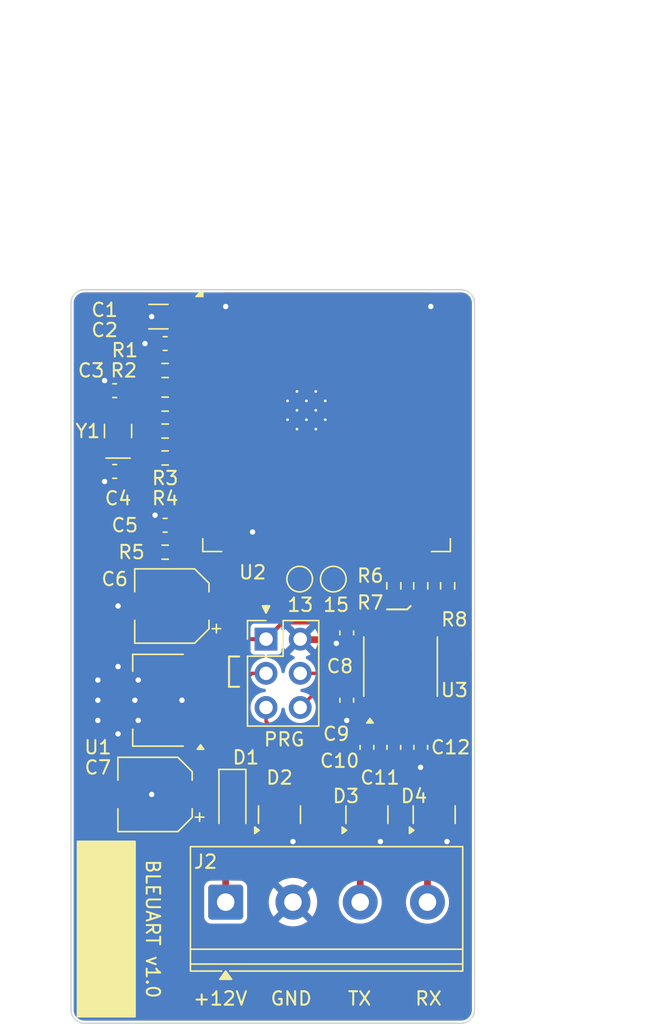
<source format=kicad_pcb>
(kicad_pcb (version 20241229) (generator "pcbnew") (generator_version "9.0")
  (title_block (title "BLEUART") (date "2025-08-22") (rev "1.0") (company "6-v") (comment 1 "For Hyspec Hydraulics P/L"))
  (layers (0 "F.Cu" signal) (2 "B.Cu" signal) (13 "F.Paste" user) (15 "B.Paste" user) (5 "F.SilkS" user "F.Silkscreen") (7 "B.SilkS" user "B.Silkscreen") (1 "F.Mask" user) (3 "B.Mask" user) (25 "Edge.Cuts" user))
  (net 0 "")
  (net 1 "+12V")
  (net 2 "GND")
  (net 3 "+3V3")
  (net 4 "Net-(C4-Pad1)")
  (net 5 "Net-(U3-C1+)")
  (net 6 "Net-(U3-C1-)")
  (net 7 "Net-(U3-C2-)")
  (net 8 "Net-(U3-C2+)")
  (net 9 "Net-(U3-VS+)")
  (net 10 "Net-(U3-VS-)")
  (net 11 "VBAT")
  (net 12 "TX")
  (net 14 "RX")
  (net 16 "PRX")
  (net 17 "PEN")
  (net 18 "PTX")
  (net 19 "PIO0")
  (net 20 "UTX")
  (net 21 "Net-(U3-T2IN)")
  (net 22 "Net-(U3-R2OUT)")
  (net 23 "URX")
  (net 28 "Net-(C3-Pad1)")
  (net 29 "Net-(U2-EN)")
  (net 31 "Net-(U2-IO32)")
  (net 32 "Net-(U2-IO33)")
  (net 33 "Net-(U2-IO0)")
  (net 34 "Net-(U2-IO13)")
  (net 35 "Net-(U2-IO15)")
  (footprint "Capacitor_SMD:C_0603_1608Metric" (layer "F.Cu") (at 126 89 -90)
    (property "Reference" "C12" (at 0 -2.219255 0) (layer "F.SilkS"))
    (property "Value" "100nF")
    (pad "1" smd roundrect (at -0.775 0 270) (size 0.9 0.95) (layers "F.Cu" "F.Mask" "F.Paste") (net 10 "Net-(U3-VS-)"))
    (pad "2" smd roundrect (at 0.775 0 270) (size 0.9 0.95) (layers "F.Cu" "F.Mask" "F.Paste") (net 2 "GND"))
  )
  (footprint "Capacitor_SMD:CP_Elec_5x5.8" (layer "F.Cu") (at 107.5 78.5 180)
    (property "Reference" "C6" (at 4.25 2 0) (layer "F.SilkS"))
    (property "Value" "22µ/35V")
    (pad "1" smd roundrect (at -2.2 0 180) (size 3 1.6) (layers "F.Cu" "F.Mask" "F.Paste") (roundrect_rratio 0.15625) (net 3 "+3V3"))
    (pad "2" smd roundrect (at 2.2 0 180) (size 3 1.6) (layers "F.Cu" "F.Mask" "F.Paste") (roundrect_rratio 0.15625) (net 2 "GND"))
  )
  (footprint "Resistor_SMD:R_0603_1608Metric" (layer "F.Cu") (at 128 77 -90)
    (property "Reference" "R8" (at 2.5 -0.5 180) (layer "F.SilkS"))
    (property "Value" "0R")
    (pad "1" smd roundrect (at -0.825 0 270) (size 0.8 0.95) (layers "F.Cu" "F.Mask" "F.Paste") (net 33 "Net-(U2-IO0)"))
    (pad "2" smd roundrect (at 0.825 0 270) (size 0.8 0.95) (layers "F.Cu" "F.Mask" "F.Paste") (net 19 "PIO0"))
  )
  (footprint "Resistor_SMD:R_0603_1608Metric" (layer "F.Cu") (at 107 67.5 180)
    (property "Reference" "R4" (at 0 -3 0) (layer "F.SilkS"))
    (property "Value" "0R")
    (pad "1" smd roundrect (at -0.825 0 180) (size 0.8 0.95) (layers "F.Cu" "F.Mask" "F.Paste") (net 32 "Net-(U2-IO33)"))
    (pad "2" smd roundrect (at 0.825 0 180) (size 0.8 0.95) (layers "F.Cu" "F.Mask" "F.Paste") (net 4 "Net-(C4-Pad1)"))
  )
  (footprint "Capacitor_SMD:C_0603_1608Metric" (layer "F.Cu") (at 122 89 90)
    (property "Reference" "C10" (at -1 -2.030745 180) (layer "F.SilkS"))
    (property "Value" "100nF")
    (pad "1" smd roundrect (at -0.775 0 90) (size 0.9 0.95) (layers "F.Cu" "F.Mask" "F.Paste") (net 6 "Net-(U3-C1-)"))
    (pad "2" smd roundrect (at 0.775 0 90) (size 0.9 0.95) (layers "F.Cu" "F.Mask" "F.Paste") (net 5 "Net-(U3-C1+)"))
  )
  (footprint "Package_TO_SOT_SMD:SOT-23" (layer "F.Cu") (at 127 94 90)
    (property "Reference" "D4" (at 1.3825 -1.5 180) (layer "F.SilkS"))
    (property "Value" "25V Uni TVS")
    (pad "1" smd roundrect (at -0.9375 -0.95 90) (size 1.475 0.6) (layers "F.Cu" "F.Mask" "F.Paste") (net 14 "RX"))
    (pad "2" smd roundrect (at -0.9375 0.95 90) (size 1.475 0.6) (layers "F.Cu" "F.Mask" "F.Paste") (net 2 "GND"))
    (pad "3" smd roundrect (at 0.9375 0 90) (size 1.475 0.6) (layers "F.Cu" "F.Mask" "F.Paste"))
  )
  (footprint "Capacitor_SMD:C_0603_1608Metric" (layer "F.Cu") (at 103.25 62.5 180)
    (property "Reference" "C3" (at 1.75 1.5 0) (layer "F.SilkS"))
    (property "Value" "12pF")
    (pad "1" smd roundrect (at -0.775 0 180) (size 0.9 0.95) (layers "F.Cu" "F.Mask" "F.Paste") (net 28 "Net-(C3-Pad1)"))
    (pad "2" smd roundrect (at 0.775 0 180) (size 0.9 0.95) (layers "F.Cu" "F.Mask" "F.Paste") (net 2 "GND"))
  )
  (footprint "Diode_SMD:D_SOD-123" (layer "F.Cu") (at 112 93 -90)
    (property "Reference" "D1" (at -3.25 -1 0) (layer "F.SilkS"))
    (property "Value" "B5819W SL")
    (pad "1" smd roundrect (at -1.65 0 270) (size 0.9 1.2) (layers "F.Cu" "F.Mask" "F.Paste") (net 1 "+12V"))
    (pad "2" smd roundrect (at 1.65 0 270) (size 0.9 1.2) (layers "F.Cu" "F.Mask" "F.Paste") (net 11 "VBAT"))
  )
  (footprint "Capacitor_SMD:C_0603_1608Metric" (layer "F.Cu") (at 107 59 180)
    (property "Reference" "C2" (at 4.5 1 0) (layer "F.SilkS"))
    (property "Value" "1uF")
    (pad "1" smd roundrect (at -0.775 0 180) (size 0.9 0.95) (layers "F.Cu" "F.Mask" "F.Paste") (net 3 "+3V3"))
    (pad "2" smd roundrect (at 0.775 0 180) (size 0.9 0.95) (layers "F.Cu" "F.Mask" "F.Paste") (net 2 "GND"))
  )
  (footprint "Capacitor_SMD:C_0603_1608Metric" (layer "F.Cu") (at 124 89 -90)
    (property "Reference" "C11" (at 2.25 1.030745 0) (layer "F.SilkS"))
    (property "Value" "100nF")
    (pad "1" smd roundrect (at -0.775 0 270) (size 0.9 0.95) (layers "F.Cu" "F.Mask" "F.Paste") (net 8 "Net-(U3-C2+)"))
    (pad "2" smd roundrect (at 0.775 0 270) (size 0.9 0.95) (layers "F.Cu" "F.Mask" "F.Paste") (net 7 "Net-(U3-C2-)"))
  )
  (footprint "Capacitor_SMD:C_0603_1608Metric" (layer "F.Cu") (at 103.25 68.5 180)
    (property "Reference" "C4" (at -0.25 -2 0) (layer "F.SilkS"))
    (property "Value" "12pF")
    (pad "1" smd roundrect (at -0.775 0 180) (size 0.9 0.95) (layers "F.Cu" "F.Mask" "F.Paste") (net 4 "Net-(C4-Pad1)"))
    (pad "2" smd roundrect (at 0.775 0 180) (size 0.9 0.95) (layers "F.Cu" "F.Mask" "F.Paste") (net 2 "GND"))
  )
  (footprint "Capacitor_SMD:C_0603_1608Metric" (layer "F.Cu") (at 120.5 85.5 -90)
    (property "Reference" "C9" (at 2.5 0.780745 0) (layer "F.SilkS"))
    (property "Value" "100nF")
    (pad "1" smd roundrect (at -0.775 0 270) (size 0.9 0.95) (layers "F.Cu" "F.Mask" "F.Paste") (net 9 "Net-(U3-VS+)"))
    (pad "2" smd roundrect (at 0.775 0 270) (size 0.9 0.95) (layers "F.Cu" "F.Mask" "F.Paste") (net 2 "GND"))
  )
  (footprint "Capacitor_SMD:C_1206_3216Metric" (layer "F.Cu") (at 106.5 57 180)
    (property "Reference" "C1" (at 4 0.5 0) (layer "F.SilkS"))
    (property "Value" "100uF")
    (pad "1" smd roundrect (at -1.475 0 180) (size 1.15 1.8) (layers "F.Cu" "F.Mask" "F.Paste") (roundrect_rratio 0.217391) (net 3 "+3V3"))
    (pad "2" smd roundrect (at 1.475 0 180) (size 1.15 1.8) (layers "F.Cu" "F.Mask" "F.Paste") (roundrect_rratio 0.217391) (net 2 "GND"))
  )
  (footprint "Resistor_SMD:R_0603_1608Metric" (layer "F.Cu") (at 107 65.5 180)
    (property "Reference" "R3" (at 0 -3.5 0) (layer "F.SilkS"))
    (property "Value" "10M")
    (pad "1" smd roundrect (at -0.825 0 180) (size 0.8 0.95) (layers "F.Cu" "F.Mask" "F.Paste") (net 4 "Net-(C4-Pad1)"))
    (pad "2" smd roundrect (at 0.825 0 180) (size 0.8 0.95) (layers "F.Cu" "F.Mask" "F.Paste") (net 28 "Net-(C3-Pad1)"))
  )
  (footprint "Capacitor_SMD:C_0603_1608Metric" (layer "F.Cu") (at 120.5 80.5 -90)
    (property "Reference" "C8" (at 2.475 0.51 0) (layer "F.SilkS"))
    (property "Value" "100nF")
    (pad "1" smd roundrect (at -0.775 0 270) (size 0.9 0.95) (layers "F.Cu" "F.Mask" "F.Paste") (net 3 "+3V3"))
    (pad "2" smd roundrect (at 0.775 0 270) (size 0.9 0.95) (layers "F.Cu" "F.Mask" "F.Paste") (net 2 "GND"))
  )
  (footprint "Package_TO_SOT_SMD:SOT-23" (layer "F.Cu") (at 115.5 94 90)
    (property "Reference" "D2" (at 2.75 0 180) (layer "F.SilkS"))
    (property "Value" "25V Uni TVS")
    (pad "1" smd roundrect (at -0.9375 -0.95 90) (size 1.475 0.6) (layers "F.Cu" "F.Mask" "F.Paste") (net 11 "VBAT"))
    (pad "2" smd roundrect (at -0.9375 0.95 90) (size 1.475 0.6) (layers "F.Cu" "F.Mask" "F.Paste") (net 2 "GND"))
    (pad "3" smd roundrect (at 0.9375 0 90) (size 1.475 0.6) (layers "F.Cu" "F.Mask" "F.Paste"))
  )
  (footprint "Resistor_SMD:R_0603_1608Metric" (layer "F.Cu") (at 126 77 -90)
    (property "Reference" "R7" (at 1.25 3.75 0) (layer "F.SilkS"))
    (property "Value" "100R")
    (pad "1" smd roundrect (at -0.825 0 270) (size 0.8 0.95) (layers "F.Cu" "F.Mask" "F.Paste") (net 23 "URX"))
    (pad "2" smd roundrect (at 0.825 0 270) (size 0.8 0.95) (layers "F.Cu" "F.Mask" "F.Paste") (net 22 "Net-(U3-R2OUT)"))
  )
  (footprint "TestPoint:TestPoint_Pad_D1.5mm" (layer "F.Cu") (at 117 76.5)
    (property "Reference" "TP1" (hide yes))
    (property "Value" "IO13" (hide yes))
    (pad "1" smd circle (at 0 0) (size 1.5 1.5) (layers "F.Cu" "F.Mask") (net 34 "Net-(U2-IO13)"))
  )
  (footprint "Connector_PinHeader_2.54mm:PinHeader_2x03_P2.54mm_Vertical" (layer "F.Cu") (at 114.5 80.96)
    (property "Reference" "J1" (hide yes))
    (property "Value" "Programmer" (hide yes))
    (pad "1" thru_hole rect (at 0 0) (size 1.7 1.7) (drill 1) (layers "*.Cu" "*.Mask") (net 3 "+3V3"))
    (pad "2" thru_hole circle (at 2.54 0) (size 1.7 1.7) (drill 1) (layers "*.Cu" "*.Mask") (net 2 "GND"))
    (pad "3" thru_hole circle (at 0 2.54) (size 1.7 1.7) (drill 1) (layers "*.Cu" "*.Mask") (net 17 "PEN"))
    (pad "4" thru_hole circle (at 2.54 2.54) (size 1.7 1.7) (drill 1) (layers "*.Cu" "*.Mask") (net 19 "PIO0"))
    (pad "5" thru_hole circle (at 0 5.08) (size 1.7 1.7) (drill 1) (layers "*.Cu" "*.Mask") (net 18 "PTX"))
    (pad "6" thru_hole circle (at 2.54 5.08) (size 1.7 1.7) (drill 1) (layers "*.Cu" "*.Mask") (net 16 "PRX"))
  )
  (footprint "RF_Module:ESP32-WROOM-32E" (layer "F.Cu") (at 119 61.5)
    (property "Reference" "U2" (at -6.6 14.5 180) (layer "F.SilkS") (effects (justify left)))
    (property "Value" "ESP32-WROOM-32E")
    (pad "1" smd rect (at -8.75 -5.26) (size 1.5 0.9) (layers "F.Cu" "F.Mask" "F.Paste") (net 2 "GND"))
    (pad "2" smd rect (at -8.75 -3.99) (size 1.5 0.9) (layers "F.Cu" "F.Mask" "F.Paste") (net 3 "+3V3"))
    (pad "3" smd rect (at -8.75 -2.72) (size 1.5 0.9) (layers "F.Cu" "F.Mask" "F.Paste") (net 29 "Net-(U2-EN)"))
    (pad "4" smd rect (at -8.75 -1.45) (size 1.5 0.9) (layers "F.Cu" "F.Mask" "F.Paste"))
    (pad "5" smd rect (at -8.75 -0.18) (size 1.5 0.9) (layers "F.Cu" "F.Mask" "F.Paste"))
    (pad "6" smd rect (at -8.75 1.09) (size 1.5 0.9) (layers "F.Cu" "F.Mask" "F.Paste"))
    (pad "7" smd rect (at -8.75 2.36) (size 1.5 0.9) (layers "F.Cu" "F.Mask" "F.Paste"))
    (pad "8" smd rect (at -8.75 3.63) (size 1.5 0.9) (layers "F.Cu" "F.Mask" "F.Paste") (net 31 "Net-(U2-IO32)"))
    (pad "9" smd rect (at -8.75 4.9) (size 1.5 0.9) (layers "F.Cu" "F.Mask" "F.Paste") (net 32 "Net-(U2-IO33)"))
    (pad "10" smd rect (at -8.75 6.17) (size 1.5 0.9) (layers "F.Cu" "F.Mask" "F.Paste"))
    (pad "11" smd rect (at -8.75 7.44) (size 1.5 0.9) (layers "F.Cu" "F.Mask" "F.Paste"))
    (pad "12" smd rect (at -8.75 8.71) (size 1.5 0.9) (layers "F.Cu" "F.Mask" "F.Paste"))
    (pad "13" smd rect (at -8.75 9.98) (size 1.5 0.9) (layers "F.Cu" "F.Mask" "F.Paste"))
    (pad "14" smd rect (at -8.75 11.25) (size 1.5 0.9) (layers "F.Cu" "F.Mask" "F.Paste"))
    (pad "15" smd rect (at -5.715 12.5 90) (size 1.5 0.9) (layers "F.Cu" "F.Mask" "F.Paste") (net 2 "GND"))
    (pad "16" smd rect (at -4.445 12.5 90) (size 1.5 0.9) (layers "F.Cu" "F.Mask" "F.Paste") (net 34 "Net-(U2-IO13)"))
    (pad "17" smd rect (at -3.175 12.5 90) (size 1.5 0.9) (layers "F.Cu" "F.Mask" "F.Paste"))
    (pad "18" smd rect (at -1.905 12.5 90) (size 1.5 0.9) (layers "F.Cu" "F.Mask" "F.Paste"))
    (pad "19" smd rect (at -0.635 12.5 90) (size 1.5 0.9) (layers "F.Cu" "F.Mask" "F.Paste"))
    (pad "20" smd rect (at 0.635 12.5 90) (size 1.5 0.9) (layers "F.Cu" "F.Mask" "F.Paste"))
    (pad "21" smd rect (at 1.905 12.5 90) (size 1.5 0.9) (layers "F.Cu" "F.Mask" "F.Paste"))
    (pad "22" smd rect (at 3.175 12.5 90) (size 1.5 0.9) (layers "F.Cu" "F.Mask" "F.Paste"))
    (pad "23" smd rect (at 4.445 12.5 90) (size 1.5 0.9) (layers "F.Cu" "F.Mask" "F.Paste") (net 35 "Net-(U2-IO15)"))
    (pad "24" smd rect (at 5.715 12.5 90) (size 1.5 0.9) (layers "F.Cu" "F.Mask" "F.Paste"))
    (pad "25" smd rect (at 8.75 11.25) (size 1.5 0.9) (layers "F.Cu" "F.Mask" "F.Paste") (net 33 "Net-(U2-IO0)"))
    (pad "26" smd rect (at 8.75 9.98) (size 1.5 0.9) (layers "F.Cu" "F.Mask" "F.Paste"))
    (pad "27" smd rect (at 8.75 8.71) (size 1.5 0.9) (layers "F.Cu" "F.Mask" "F.Paste") (net 23 "URX"))
    (pad "28" smd rect (at 8.75 7.44) (size 1.5 0.9) (layers "F.Cu" "F.Mask" "F.Paste") (net 20 "UTX"))
    (pad "29" smd rect (at 8.75 6.17) (size 1.5 0.9) (layers "F.Cu" "F.Mask" "F.Paste"))
    (pad "30" smd rect (at 8.75 4.9) (size 1.5 0.9) (layers "F.Cu" "F.Mask" "F.Paste"))
    (pad "31" smd rect (at 8.75 3.63) (size 1.5 0.9) (layers "F.Cu" "F.Mask" "F.Paste"))
    (pad "32" smd rect (at 8.75 2.36) (size 1.5 0.9) (layers "F.Cu" "F.Mask" "F.Paste"))
    (pad "33" smd rect (at 8.75 1.09) (size 1.5 0.9) (layers "F.Cu" "F.Mask" "F.Paste"))
    (pad "34" smd rect (at 8.75 -0.18) (size 1.5 0.9) (layers "F.Cu" "F.Mask" "F.Paste") (net 16 "PRX"))
    (pad "35" smd rect (at 8.75 -1.45) (size 1.5 0.9) (layers "F.Cu" "F.Mask" "F.Paste") (net 18 "PTX"))
    (pad "36" smd rect (at 8.75 -2.72) (size 1.5 0.9) (layers "F.Cu" "F.Mask" "F.Paste"))
    (pad "37" smd rect (at 8.75 -3.99) (size 1.5 0.9) (layers "F.Cu" "F.Mask" "F.Paste"))
    (pad "38" smd rect (at 8.75 -5.26) (size 1.5 0.9) (layers "F.Cu" "F.Mask" "F.Paste") (net 2 "GND"))
    (pad "39" smd rect (at -2.9 1.06) (size 0.9 0.9) (property pad_prop_heatsink) (layers "F.Cu" "F.Mask" "F.Paste") (net 2 "GND"))
    (pad "39" thru_hole circle (at -2.9 1.76) (size 0.6 0.6) (drill 0.2) (property pad_prop_heatsink) (layers "*.Cu" "*.Mask") (net 2 "GND"))
    (pad "39" smd rect (at -2.9 2.46) (size 0.9 0.9) (property pad_prop_heatsink) (layers "F.Cu" "F.Mask" "F.Paste") (net 2 "GND"))
    (pad "39" thru_hole circle (at -2.9 3.16) (size 0.6 0.6) (drill 0.2) (property pad_prop_heatsink) (layers "*.Cu" "*.Mask") (net 2 "GND"))
    (pad "39" smd rect (at -2.9 3.86) (size 0.9 0.9) (property pad_prop_heatsink) (layers "F.Cu" "F.Mask" "F.Paste") (net 2 "GND"))
    (pad "39" thru_hole circle (at -2.2 1.06) (size 0.6 0.6) (drill 0.2) (property pad_prop_heatsink) (layers "*.Cu" "*.Mask") (net 2 "GND"))
    (pad "39" thru_hole circle (at -2.2 2.46) (size 0.6 0.6) (drill 0.2) (property pad_prop_heatsink) (layers "*.Cu" "*.Mask") (net 2 "GND"))
    (pad "39" thru_hole circle (at -2.2 3.86) (size 0.6 0.6) (drill 0.2) (property pad_prop_heatsink) (layers "*.Cu" "*.Mask") (net 2 "GND"))
    (pad "39" smd rect (at -1.5 1.06) (size 0.9 0.9) (property pad_prop_heatsink) (layers "F.Cu" "F.Mask" "F.Paste") (net 2 "GND"))
    (pad "39" thru_hole circle (at -1.5 1.76) (size 0.6 0.6) (drill 0.2) (property pad_prop_heatsink) (layers "*.Cu" "*.Mask") (net 2 "GND"))
    (pad "39" smd rect (at -1.5 2.46) (size 0.9 0.9) (property pad_prop_heatsink) (layers "F.Cu" "F.Mask" "F.Paste") (net 2 "GND"))
    (pad "39" thru_hole circle (at -1.5 3.16) (size 0.6 0.6) (drill 0.2) (property pad_prop_heatsink) (layers "*.Cu" "*.Mask") (net 2 "GND"))
    (pad "39" smd rect (at -1.5 3.86) (size 0.9 0.9) (property pad_prop_heatsink) (layers "F.Cu" "F.Mask" "F.Paste") (net 2 "GND"))
    (pad "39" thru_hole circle (at -0.8 1.06) (size 0.6 0.6) (drill 0.2) (property pad_prop_heatsink) (layers "*.Cu" "*.Mask") (net 2 "GND"))
    (pad "39" thru_hole circle (at -0.8 2.46) (size 0.6 0.6) (drill 0.2) (property pad_prop_heatsink) (layers "*.Cu" "*.Mask") (net 2 "GND"))
    (pad "39" thru_hole circle (at -0.8 3.86) (size 0.6 0.6) (drill 0.2) (property pad_prop_heatsink) (layers "*.Cu" "*.Mask") (net 2 "GND"))
    (pad "39" smd rect (at -0.1 1.06) (size 0.9 0.9) (property pad_prop_heatsink) (layers "F.Cu" "F.Mask" "F.Paste") (net 2 "GND"))
    (pad "39" thru_hole circle (at -0.1 1.76) (size 0.6 0.6) (drill 0.2) (property pad_prop_heatsink) (layers "*.Cu" "*.Mask") (net 2 "GND"))
    (pad "39" smd rect (at -0.1 2.46) (size 0.9 0.9) (property pad_prop_heatsink) (layers "F.Cu" "F.Mask" "F.Paste") (net 2 "GND"))
    (pad "39" thru_hole circle (at -0.1 3.16) (size 0.6 0.6) (drill 0.2) (property pad_prop_heatsink) (layers "*.Cu" "*.Mask") (net 2 "GND"))
    (pad "39" smd rect (at -0.1 3.86) (size 0.9 0.9) (property pad_prop_heatsink) (layers "F.Cu" "F.Mask" "F.Paste") (net 2 "GND"))
    (zone (net 0) (net_name "") (layers "F.Cu" "B.Cu") (connect_pads (clearance 0)) (min_thickness 0.25)
      (keepout (tracks not_allowed) (vias not_allowed) (pads not_allowed) (copperpour not_allowed) (footprints not_allowed))
      (fill (thermal_gap 0.5) (thermal_bridge_width 0.5))
      (polygon (pts (xy 95 33.75) (xy 143 33.75) (xy 143 54.94) (xy 95 54.94)))
    )
  )
  (footprint "TestPoint:TestPoint_Pad_D1.5mm" (layer "F.Cu") (at 119.5 76.5)
    (property "Reference" "TP2" (hide yes))
    (property "Value" "IO15" (hide yes))
    (pad "1" smd circle (at 0 0) (size 1.5 1.5) (layers "F.Cu" "F.Mask") (net 35 "Net-(U2-IO15)"))
  )
  (footprint "Resistor_SMD:R_0603_1608Metric" (layer "F.Cu") (at 107 74.5)
    (property "Reference" "R5" (at -2.5 0 180) (layer "F.SilkS"))
    (property "Value" "0R")
    (pad "1" smd roundrect (at -0.825 0) (size 0.8 0.95) (layers "F.Cu" "F.Mask" "F.Paste") (net 17 "PEN"))
    (pad "2" smd roundrect (at 0.825 0) (size 0.8 0.95) (layers "F.Cu" "F.Mask" "F.Paste") (net 29 "Net-(U2-EN)"))
  )
  (footprint "Capacitor_SMD:C_0603_1608Metric" (layer "F.Cu") (at 107 72.5 180)
    (property "Reference" "C5" (at 3 0 0) (layer "F.SilkS"))
    (property "Value" "1nF")
    (pad "1" smd roundrect (at -0.775 0 180) (size 0.9 0.95) (layers "F.Cu" "F.Mask" "F.Paste") (net 29 "Net-(U2-EN)"))
    (pad "2" smd roundrect (at 0.775 0 180) (size 0.9 0.95) (layers "F.Cu" "F.Mask" "F.Paste") (net 2 "GND"))
  )
  (footprint "Package_TO_SOT_SMD:SOT-223-3_TabPin2" (layer "F.Cu") (at 106.5 85.5 180)
    (property "Reference" "U1" (at 4.5 -3.5 0) (layer "F.SilkS"))
    (property "Value" "LM2940S-3.3")
    (pad "1" smd roundrect (at -3.15 -2.3 180) (size 2 1.5) (layers "F.Cu" "F.Mask" "F.Paste") (net 1 "+12V"))
    (pad "2" smd roundrect (at -3.15 0 180) (size 2 1.5) (layers "F.Cu" "F.Mask" "F.Paste") (net 2 "GND"))
    (pad "2" smd roundrect (at 3.15 0 180) (size 2 3.8) (layers "F.Cu" "F.Mask" "F.Paste") (net 2 "GND"))
    (pad "3" smd roundrect (at -3.15 2.3 180) (size 2 1.5) (layers "F.Cu" "F.Mask" "F.Paste") (net 3 "+3V3"))
  )
  (footprint "Resistor_SMD:R_0603_1608Metric" (layer "F.Cu") (at 107 63.5 180)
    (property "Reference" "R2" (at 3.075 2.5 0) (layer "F.SilkS"))
    (property "Value" "0R")
    (pad "1" smd roundrect (at -0.825 0 180) (size 0.8 0.95) (layers "F.Cu" "F.Mask" "F.Paste") (net 31 "Net-(U2-IO32)"))
    (pad "2" smd roundrect (at 0.825 0 180) (size 0.8 0.95) (layers "F.Cu" "F.Mask" "F.Paste") (net 28 "Net-(C3-Pad1)"))
  )
  (footprint "Capacitor_SMD:CP_Elec_5x5.8" (layer "F.Cu") (at 106.25 92.5 180)
    (property "Reference" "C7" (at 4.25 2 0) (layer "F.SilkS"))
    (property "Value" "22µ/35V")
    (pad "1" smd roundrect (at -2.2 0 180) (size 3 1.6) (layers "F.Cu" "F.Mask" "F.Paste") (roundrect_rratio 0.15625) (net 1 "+12V"))
    (pad "2" smd roundrect (at 2.2 0 180) (size 3 1.6) (layers "F.Cu" "F.Mask" "F.Paste") (roundrect_rratio 0.15625) (net 2 "GND"))
  )
  (footprint "Resistor_SMD:R_0603_1608Metric" (layer "F.Cu") (at 124 77 -90)
    (property "Reference" "R6" (at -0.75 1.75 0) (layer "F.SilkS"))
    (property "Value" "100R")
    (pad "1" smd roundrect (at -0.825 0 270) (size 0.8 0.95) (layers "F.Cu" "F.Mask" "F.Paste") (net 20 "UTX"))
    (pad "2" smd roundrect (at 0.825 0 270) (size 0.8 0.95) (layers "F.Cu" "F.Mask" "F.Paste") (net 21 "Net-(U3-T2IN)"))
  )
  (footprint "Package_TO_SOT_SMD:SOT-23" (layer "F.Cu") (at 122 94 90)
    (property "Reference" "D3" (at 1.3825 -1.56 180) (layer "F.SilkS"))
    (property "Value" "25V Uni TVS")
    (pad "1" smd roundrect (at -0.9375 -0.95 90) (size 1.475 0.6) (layers "F.Cu" "F.Mask" "F.Paste") (net 12 "TX"))
    (pad "2" smd roundrect (at -0.9375 0.95 90) (size 1.475 0.6) (layers "F.Cu" "F.Mask" "F.Paste") (net 2 "GND"))
    (pad "3" smd roundrect (at 0.9375 0 90) (size 1.475 0.6) (layers "F.Cu" "F.Mask" "F.Paste"))
  )
  (footprint "Package_SO:TSSOP-16_4.4x5mm_P0.65mm" (layer "F.Cu") (at 124.5 83 90)
    (property "Reference" "U3" (at -1.75 4 180) (layer "F.SilkS"))
    (property "Value" "ST3232BTR")
    (pad "1" smd roundrect (at -2.8625 -2.275 90) (size 1.475 0.4) (layers "F.Cu" "F.Mask" "F.Paste") (net 5 "Net-(U3-C1+)"))
    (pad "2" smd roundrect (at -2.8625 -1.625 90) (size 1.475 0.4) (layers "F.Cu" "F.Mask" "F.Paste") (net 9 "Net-(U3-VS+)"))
    (pad "3" smd roundrect (at -2.8625 -0.975 90) (size 1.475 0.4) (layers "F.Cu" "F.Mask" "F.Paste") (net 6 "Net-(U3-C1-)"))
    (pad "4" smd roundrect (at -2.8625 -0.325 90) (size 1.475 0.4) (layers "F.Cu" "F.Mask" "F.Paste") (net 8 "Net-(U3-C2+)"))
    (pad "5" smd roundrect (at -2.8625 0.325 90) (size 1.475 0.4) (layers "F.Cu" "F.Mask" "F.Paste") (net 7 "Net-(U3-C2-)"))
    (pad "6" smd roundrect (at -2.8625 0.975 90) (size 1.475 0.4) (layers "F.Cu" "F.Mask" "F.Paste") (net 10 "Net-(U3-VS-)"))
    (pad "7" smd roundrect (at -2.8625 1.625 90) (size 1.475 0.4) (layers "F.Cu" "F.Mask" "F.Paste") (net 12 "TX"))
    (pad "8" smd roundrect (at -2.8625 2.275 90) (size 1.475 0.4) (layers "F.Cu" "F.Mask" "F.Paste") (net 14 "RX"))
    (pad "9" smd roundrect (at 2.8625 2.275 90) (size 1.475 0.4) (layers "F.Cu" "F.Mask" "F.Paste") (net 22 "Net-(U3-R2OUT)"))
    (pad "10" smd roundrect (at 2.8625 1.625 90) (size 1.475 0.4) (layers "F.Cu" "F.Mask" "F.Paste") (net 21 "Net-(U3-T2IN)"))
    (pad "11" smd roundrect (at 2.8625 0.975 90) (size 1.475 0.4) (layers "F.Cu" "F.Mask" "F.Paste"))
    (pad "12" smd roundrect (at 2.8625 0.325 90) (size 1.475 0.4) (layers "F.Cu" "F.Mask" "F.Paste"))
    (pad "13" smd roundrect (at 2.8625 -0.325 90) (size 1.475 0.4) (layers "F.Cu" "F.Mask" "F.Paste"))
    (pad "14" smd roundrect (at 2.8625 -0.975 90) (size 1.475 0.4) (layers "F.Cu" "F.Mask" "F.Paste"))
    (pad "15" smd roundrect (at 2.8625 -1.625 90) (size 1.475 0.4) (layers "F.Cu" "F.Mask" "F.Paste") (net 2 "GND"))
    (pad "16" smd roundrect (at 2.8625 -2.275 90) (size 1.475 0.4) (layers "F.Cu" "F.Mask" "F.Paste") (net 3 "+3V3"))
  )
  (footprint "Crystal:Crystal_SMD_MicroCrystal_CC7V-T1A-2Pin_3.2x1.5mm" (layer "F.Cu") (at 103.5 65.5 90)
    (property "Reference" "Y1" (at 0 -2.25 180) (layer "F.SilkS"))
    (property "Value" "32.768kHz")
    (pad "1" smd roundrect (at -1.25 0 90) (size 1 1.8) (layers "F.Cu" "F.Mask" "F.Paste") (net 4 "Net-(C4-Pad1)"))
    (pad "2" smd roundrect (at 1.25 0 90) (size 1 1.8) (layers "F.Cu" "F.Mask" "F.Paste") (net 28 "Net-(C3-Pad1)"))
  )
  (footprint "Resistor_SMD:R_0603_1608Metric" (layer "F.Cu") (at 107 61 180)
    (property "Reference" "R1" (at 3 1.5 0) (layer "F.SilkS"))
    (property "Value" "12k")
    (pad "1" smd roundrect (at -0.825 0 180) (size 0.8 0.95) (layers "F.Cu" "F.Mask" "F.Paste") (net 29 "Net-(U2-EN)"))
    (pad "2" smd roundrect (at 0.825 0 180) (size 0.8 0.95) (layers "F.Cu" "F.Mask" "F.Paste") (net 3 "+3V3"))
  )
  (footprint "TerminalBlock_Phoenix:TerminalBlock_Phoenix_PT-1,5-4-5.0-H_1x04_P5.00mm_Horizontal" (layer "F.Cu") (at 111.5 100.5)
    (property "Reference" "J2" (at -1.5 -3 0) (layer "F.SilkS"))
    (property "Value" "RS232 I/O")
    (pad "1" thru_hole roundrect (at 0 0) (size 2.6 2.6) (drill 1.3) (layers "*.Cu" "*.Mask") (roundrect_rratio 0.096154) (net 11 "VBAT"))
    (pad "2" thru_hole circle (at 5 0) (size 2.6 2.6) (drill 1.3) (layers "*.Cu" "*.Mask") (net 2 "GND"))
    (pad "3" thru_hole circle (at 10 0) (size 2.6 2.6) (drill 1.3) (layers "*.Cu" "*.Mask") (net 12 "TX"))
    (pad "4" thru_hole circle (at 15 0) (size 2.6 2.6) (drill 1.3) (layers "*.Cu" "*.Mask") (net 14 "RX"))
  )
  (gr_line (start 125 78.75) (end 125.25 78.5) (stroke (width 0.15)) (layer "F.SilkS"))
  (gr_line (start 112.5 82.25) (end 111.75 82.25) (stroke (width 0.15)) (layer "F.SilkS"))
  (gr_line (start 111.75 82.25) (end 111.75 84.5) (stroke (width 0.15)) (layer "F.SilkS"))
  (gr_line (start 111.75 84.5) (end 112.5 84.5) (stroke (width 0.15)) (layer "F.SilkS"))
  (gr_rect (start 100.5 96) (end 104.75 109) (stroke (width 0.15)) (fill yes) (layer "F.SilkS"))
  (gr_line (start 123.5 78.75) (end 125 78.75) (stroke (width 0.15)) (layer "F.SilkS"))
  (gr_poly (pts (xy 114.5 79) (xy 114.25 78.5) (xy 114.75 78.5)) (stroke (width 0.15)) (fill yes) (layer "F.SilkS"))
  (gr_line (start 130 108.5) (end 130 56) (stroke (width 0.1)) (layer "Edge.Cuts"))
  (gr_arc (start 100 56) (mid 100.292893 55.292893) (end 101 55) (stroke (width 0.1)) (layer "Edge.Cuts"))
  (gr_arc (start 130 108.5) (mid 129.707107 109.207107) (end 129 109.5) (stroke (width 0.1)) (layer "Edge.Cuts"))
  (gr_arc (start 101 109.5) (mid 100.292893 109.207107) (end 100 108.5) (stroke (width 0.1)) (layer "Edge.Cuts"))
  (gr_line (start 101 109.5) (end 129 109.5) (stroke (width 0.1)) (layer "Edge.Cuts"))
  (gr_line (start 100 56) (end 100 108.5) (stroke (width 0.1)) (layer "Edge.Cuts"))
  (gr_line (start 129 55) (end 101 55) (stroke (width 0.1)) (layer "Edge.Cuts"))
  (gr_arc (start 129 55) (mid 129.707107 55.292893) (end 130 56) (stroke (width 0.1)) (layer "Edge.Cuts"))
  (gr_text "RX" (at 125.5 108.25 0) (layer "F.SilkS") (effects (font (size 1 1)) (justify left bottom)))
  (gr_text "PRG" (at 114.25 89 0) (layer "F.SilkS") (effects (font (size 1 1)) (justify left bottom)))
  (gr_text "BLEUART v1.0" (at 105.5 97.25 270) (layer "F.SilkS") (effects (font (size 1 1)) (justify left bottom)))
  (gr_text "TX" (at 120.5 108.25 0) (layer "F.SilkS") (effects (font (size 1 1)) (justify left bottom)))
  (gr_text "+12V" (at 109 108.25 0) (layer "F.SilkS") (effects (font (size 1 1)) (justify left bottom)))
  (gr_text "GND" (at 114.75 108.25 0) (layer "F.SilkS") (effects (font (size 1 1)) (justify left bottom)))
  (gr_text "13 15" (at 116 79 0) (layer "F.SilkS") (effects (font (size 1 1)) (justify left bottom)))
  (segment (start 110.85 92.5) (end 108.45 92.5) (width 0.5) (layer "F.Cu") (net 1))
  (segment (start 109.65 87.8) (end 112 90.15) (width 0.5) (layer "F.Cu") (net 1))
  (segment (start 112 91.35) (end 110.85 92.5) (width 0.5) (layer "F.Cu") (net 1))
  (segment (start 112 90.15) (end 112 91.35) (width 0.5) (layer "F.Cu") (net 1))
  (segment (start 120.5 87) (end 120.5 86.305745) (width 0.3) (layer "F.Cu") (net 2))
  (segment (start 119.725 81.275) (end 120.5 81.275) (width 0.5) (layer "F.Cu") (net 2))
  (segment (start 119.45 81) (end 117.08 81) (width 0.5) (layer "F.Cu") (net 2))
  (segment (start 126.76 56.24) (end 126.75 56.25) (width 0.5) (layer "F.Cu") (net 2))
  (segment (start 103.35 85.5) (end 104.75 85.5) (width 0.5) (layer "F.Cu") (net 2))
  (segment (start 111.49 56.24) (end 111.5 56.25) (width 0.5) (layer "F.Cu") (net 2))
  (segment (start 126 90.474694) (end 125.987347 90.487347) (width 0.3) (layer "F.Cu") (net 2))
  (segment (start 104.05 92.5) (end 106 92.5) (width 0.5) (layer "F.Cu") (net 2))
  (segment (start 106.225 71.775) (end 106.25 71.75) (width 0.3) (layer "F.Cu") (net 2))
  (segment (start 109.65 85.5) (end 108.25 85.5) (width 0.5) (layer "F.Cu") (net 2))
  (segment (start 106.225 59) (end 105.5 59) (width 0.5) (layer "F.Cu") (net 2))
  (segment (start 102.5 61.75) (end 102.5 62.475) (width 0.5) (layer "F.Cu") (net 2))
  (segment (start 127.95 96) (end 127.95 94.9375) (width 0.5) (layer "F.Cu") (net 2))
  (segment (start 126 89.805745) (end 126 90.474694) (width 0.3) (layer "F.Cu") (net 2))
  (segment (start 123 96) (end 123 94.9875) (width 0.5) (layer "F.Cu") (net 2))
  (segment (start 110.35 56.24) (end 111.49 56.24) (width 0.5) (layer "F.Cu") (net 2))
  (segment (start 105.025 57) (end 106 57) (width 0.5) (layer "F.Cu") (net 2))
  (segment (start 102.5 69.25) (end 102.475 69.225) (width 0.5) (layer "F.Cu") (net 2))
  (segment (start 113.385 74) (end 113.385 73.115) (width 0.5) (layer "F.Cu") (net 2))
  (segment (start 119.725 81.275) (end 119.45 81) (width 0.5) (layer "F.Cu") (net 2))
  (segment (start 113.385 73.115) (end 113.5 73) (width 0.5) (layer "F.Cu") (net 2))
  (segment (start 104.75 85.5) (end 108.25 85.5) (width 0.5) (layer "F.Cu") (net 2))
  (segment (start 106.225 72.5) (end 106.225 71.775) (width 0.3) (layer "F.Cu") (net 2))
  (segment (start 127.85 56.24) (end 126.76 56.24) (width 0.5) (layer "F.Cu") (net 2))
  (segment (start 105.3 78.5) (end 103.5 78.5) (width 0.5) (layer "F.Cu") (net 2))
  (segment (start 116.5 96) (end 116.5 94.9875) (width 0.5) (layer "F.Cu") (net 2))
  (segment (start 102.475 69.225) (end 102.475 68.5) (width 0.5) (layer "F.Cu") (net 2))
  (via (at 116.5 96) (size 0.8) (drill 0.4) (layers "F.Cu" "B.Cu") (net 2))
  (via (at 111.5 56.25) (size 0.8) (drill 0.4) (layers "F.Cu" "B.Cu") (net 2))
  (via (at 105.5 59) (size 0.8) (drill 0.4) (layers "F.Cu" "B.Cu") (net 2))
  (via (at 104.75 85.5) (size 0.8) (drill 0.4) (layers "F.Cu" "B.Cu") (net 2))
  (via (at 120.5 87) (size 0.8) (drill 0.4) (layers "F.Cu" "B.Cu") (net 2))
  (via (at 106 57) (size 0.8) (drill 0.4) (layers "F.Cu" "B.Cu") (net 2))
  (via (at 102 85.5) (size 0.8) (drill 0.4) (layers "F.Cu" "B.Cu") (net 2))
  (via (at 103.5 88) (size 0.8) (drill 0.4) (layers "F.Cu" "B.Cu") (net 2))
  (via (at 106.25 71.75) (size 0.8) (drill 0.4) (layers "F.Cu" "B.Cu") (net 2))
  (via (at 125.987347 90.487347) (size 0.8) (drill 0.4) (layers "F.Cu" "B.Cu") (net 2))
  (via (at 102 87) (size 0.8) (drill 0.4) (layers "F.Cu" "B.Cu") (net 2))
  (via (at 113.5 73) (size 0.8) (drill 0.4) (layers "F.Cu" "B.Cu") (net 2))
  (via (at 105 84) (size 0.8) (drill 0.4) (layers "F.Cu" "B.Cu") (net 2))
  (via (at 119.725 81.275) (size 0.8) (drill 0.4) (layers "F.Cu" "B.Cu") (net 2))
  (via (at 126.75 56.25) (size 0.8) (drill 0.4) (layers "F.Cu" "B.Cu") (net 2))
  (via (at 102 84) (size 0.8) (drill 0.4) (layers "F.Cu" "B.Cu") (net 2))
  (via (at 103.5 83) (size 0.8) (drill 0.4) (layers "F.Cu" "B.Cu") (net 2))
  (via (at 103.5 78.5) (size 0.8) (drill 0.4) (layers "F.Cu" "B.Cu") (net 2))
  (via (at 108.25 85.5) (size 0.8) (drill 0.4) (layers "F.Cu" "B.Cu") (net 2))
  (via (at 102.5 61.75) (size 0.8) (drill 0.4) (layers "F.Cu" "B.Cu") (net 2))
  (via (at 123 96) (size 0.8) (drill 0.4) (layers "F.Cu" "B.Cu") (net 2))
  (via (at 106 92.5) (size 0.8) (drill 0.4) (layers "F.Cu" "B.Cu") (net 2))
  (via (at 102.5 69.25) (size 0.8) (drill 0.4) (layers "F.Cu" "B.Cu") (net 2))
  (via (at 105 87) (size 0.8) (drill 0.4) (layers "F.Cu" "B.Cu") (net 2))
  (via (at 127.95 96) (size 0.8) (drill 0.4) (layers "F.Cu" "B.Cu") (net 2))
  (segment (start 107.775 57.2) (end 107.775 59) (width 0.5) (layer "F.Cu") (net 3))
  (segment (start 122.255745 80.1375) (end 120.9125 80.1375) (width 0.3) (layer "F.Cu") (net 3))
  (segment (start 112.25 80.6) (end 112.25 78.5) (width 0.5) (layer "F.Cu") (net 3))
  (segment (start 115.735 79.725) (end 114.5 80.96) (width 0.3) (layer "F.Cu") (net 3))
  (segment (start 106.175 61) (end 106.5 61) (width 0.25) (layer "F.Cu") (net 3))
  (segment (start 112.61 80.96) (end 112.25 80.6) (width 0.3) (layer "F.Cu") (net 3))
  (segment (start 114.5 80.96) (end 112.61 80.96) (width 0.3) (layer "F.Cu") (net 3))
  (segment (start 109.7 78.5) (end 112.25 78.5) (width 0.5) (layer "F.Cu") (net 3))
  (segment (start 109.65 83.2) (end 112.25 80.6) (width 0.5) (layer "F.Cu") (net 3))
  (segment (start 110.35 57.51) (end 111.51 57.51) (width 0.5) (layer "F.Cu") (net 3))
  (segment (start 108.485 57.51) (end 107.975 57) (width 0.5) (layer "F.Cu") (net 3))
  (segment (start 106.5 61) (end 107.775 59.725) (width 0.25) (layer "F.Cu") (net 3))
  (segment (start 120.5 79.725) (end 115.735 79.725) (width 0.3) (layer "F.Cu") (net 3))
  (segment (start 112.25 58.25) (end 112.25 78.5) (width 0.5) (layer "F.Cu") (net 3))
  (segment (start 120.9125 80.1375) (end 120.5 79.725) (width 0.3) (layer "F.Cu") (net 3))
  (segment (start 110.35 57.51) (end 108.485 57.51) (width 0.5) (layer "F.Cu") (net 3))
  (segment (start 107.775 59.725) (end 107.775 59) (width 0.25) (layer "F.Cu") (net 3))
  (segment (start 111.51 57.51) (end 112.25 58.25) (width 0.5) (layer "F.Cu") (net 3))
  (segment (start 107.175 66.5) (end 106.175 67.5) (width 0.3) (layer "F.Cu") (net 4))
  (segment (start 106.175 67.425) (end 105.5 66.75) (width 0.3) (layer "F.Cu") (net 4))
  (segment (start 107.5 66.5) (end 107.175 66.5) (width 0.3) (layer "F.Cu") (net 4))
  (segment (start 103.5 66.75) (end 103.5 67.975) (width 0.3) (layer "F.Cu") (net 4))
  (segment (start 107.825 66.175) (end 107.5 66.5) (width 0.3) (layer "F.Cu") (net 4))
  (segment (start 103.5 67.975) (end 104.025 68.5) (width 0.3) (layer "F.Cu") (net 4))
  (segment (start 105.5 66.75) (end 103.5 66.75) (width 0.3) (layer "F.Cu") (net 4))
  (segment (start 107.825 65.5) (end 107.825 66.175) (width 0.3) (layer "F.Cu") (net 4))
  (segment (start 122.255745 85.8625) (end 122.255745 87.969255) (width 0.3) (layer "F.Cu") (net 5))
  (segment (start 123.525 87.005745) (end 123.030745 87.5) (width 0.3) (layer "F.Cu") (net 6))
  (segment (start 123.525 85.8625) (end 123.525 87.005745) (width 0.3) (layer "F.Cu") (net 6))
  (segment (start 123.030745 87.5) (end 123.030745 88.744255) (width 0.3) (layer "F.Cu") (net 6))
  (segment (start 123.030745 88.744255) (end 122.030745 89.744255) (width 0.3) (layer "F.Cu") (net 6))
  (segment (start 125 87.175) (end 125 88.805745) (width 0.3) (layer "F.Cu") (net 7))
  (segment (start 124.825 87) (end 125 87.175) (width 0.3) (layer "F.Cu") (net 7))
  (segment (start 124.825 85.8625) (end 124.825 87) (width 0.3) (layer "F.Cu") (net 7))
  (segment (start 125 88.805745) (end 124.030745 89.775) (width 0.3) (layer "F.Cu") (net 7))
  (segment (start 124.175 85.893245) (end 124.175 88.05) (width 0.3) (layer "F.Cu") (net 8))
  (segment (start 122.875 85.8625) (end 122.875 85.094256) (width 0.3) (layer "F.Cu") (net 9))
  (segment (start 122.875 85.094256) (end 122.505744 84.725) (width 0.3) (layer "F.Cu") (net 9))
  (segment (start 122.505744 84.725) (end 120.530745 84.725) (width 0.3) (layer "F.Cu") (net 9))
  (segment (start 125.475 85.893245) (end 125.475 86.941479) (width 0.3) (layer "F.Cu") (net 10))
  (segment (start 125.475 86.941479) (end 126 87.466479) (width 0.3) (layer "F.Cu") (net 10))
  (segment (start 126 87.466479) (end 126 88.194255) (width 0.3) (layer "F.Cu") (net 10))
  (segment (start 111.5 100.5) (end 111.5 95.15) (width 0.5) (layer "F.Cu") (net 11))
  (segment (start 112 94.65) (end 113.05 94.65) (width 0.5) (layer "F.Cu") (net 11))
  (segment (start 113.4 95) (end 114.4875 95) (width 0.5) (layer "F.Cu") (net 11))
  (segment (start 113.05 94.65) (end 113.4 95) (width 0.5) (layer "F.Cu") (net 11))
  (segment (start 111.5 95.15) (end 112 94.65) (width 0.5) (layer "F.Cu") (net 11))
  (segment (start 126.831745 90.668255) (end 126.831745 87.331745) (width 0.25) (layer "F.Cu") (net 12))
  (segment (start 126.831745 87.331745) (end 126.125 86.625) (width 0.25) (layer "F.Cu") (net 12))
  (segment (start 126.125 86.625) (end 126.125 85.8625) (width 0.25) (layer "F.Cu") (net 12))
  (segment (start 125.8685 91.6315) (end 126.831745 90.668255) (width 0.25) (layer "F.Cu") (net 12))
  (segment (start 121.05 94.9375) (end 121.05 92.230178) (width 0.25) (layer "F.Cu") (net 12))
  (segment (start 121.648678 91.6315) (end 125.8685 91.6315) (width 0.25) (layer "F.Cu") (net 12))
  (segment (start 121.05 97.05) (end 121.5 97.5) (width 0.5) (layer "F.Cu") (net 12))
  (segment (start 121.05 92.230178) (end 121.648678 91.6315) (width 0.25) (layer "F.Cu") (net 12))
  (segment (start 121.05 94.9375) (end 121.05 97.05) (width 0.5) (layer "F.Cu") (net 12))
  (segment (start 121.5 97.5) (end 121.5 100.5) (width 0.5) (layer "F.Cu") (net 12))
  (segment (start 127.282745 86.3395) (end 126.805745 85.8625) (width 0.25) (layer "F.Cu") (net 14))
  (segment (start 126.5 97.7) (end 126.5 100.5) (width 0.5) (layer "F.Cu") (net 14))
  (segment (start 126.05 92.2) (end 127.282745 90.967255) (width 0.25) (layer "F.Cu") (net 14))
  (segment (start 126.05 94.9375) (end 126.05 92.2) (width 0.25) (layer "F.Cu") (net 14))
  (segment (start 126.05 97.25) (end 126.5 97.7) (width 0.5) (layer "F.Cu") (net 14))
  (segment (start 127.282745 90.967255) (end 127.282745 86.3395) (width 0.25) (layer "F.Cu") (net 14))
  (segment (start 126.05 94.9375) (end 126.05 97.25) (width 0.5) (layer "F.Cu") (net 14))
  (segment (start 128.85 61.32) (end 128.926 61.396) (width 0.25) (layer "F.Cu") (net 16))
  (segment (start 128.926 81.074) (end 127 83) (width 0.25) (layer "F.Cu") (net 16))
  (segment (start 118.799 83.81319) (end 118.799 84.281) (width 0.25) (layer "F.Cu") (net 16))
  (segment (start 119.61219 83) (end 118.799 83.81319) (width 0.25) (layer "F.Cu") (net 16))
  (segment (start 127.85 61.32) (end 128.85 61.32) (width 0.25) (layer "F.Cu") (net 16))
  (segment (start 128.926 61.396) (end 128.926 81.074) (width 0.25) (layer "F.Cu") (net 16))
  (segment (start 127 83) (end 119.61219 83) (width 0.25) (layer "F.Cu") (net 16))
  (segment (start 118.799 84.281) (end 117.04 86.04) (width 0.25) (layer "F.Cu") (net 16))
  (segment (start 107.5 75.825) (end 106.175 74.5) (width 0.25) (layer "F.Cu") (net 17))
  (segment (start 107.5 83.5) (end 107.5 75.825) (width 0.25) (layer "F.Cu") (net 17))
  (segment (start 108.276 84.276) (end 107.5 83.5) (width 0.25) (layer "F.Cu") (net 17))
  (segment (start 114.5 83.5) (end 113.46 83.5) (width 0.25) (layer "F.Cu") (net 17))
  (segment (start 112.684 84.276) (end 108.276 84.276) (width 0.25) (layer "F.Cu") (net 17))
  (segment (start 113.46 83.5) (end 112.684 84.276) (width 0.25) (layer "F.Cu") (net 17))
  (segment (start 128.8 60.05) (end 129.377 60.627) (width 0.25) (layer "F.Cu") (net 18))
  (segment (start 119.25 86.75) (end 118.5 87.5) (width 0.25) (layer "F.Cu") (net 18))
  (segment (start 114.5 87.08) (end 114.5 86.04) (width 0.25) (layer "F.Cu") (net 18))
  (segment (start 129.377 81.373) (end 127.299 83.451) (width 0.25) (layer "F.Cu") (net 18))
  (segment (start 128.432 60.05) (end 128.8 60.05) (width 0.25) (layer "F.Cu") (net 18))
  (segment (start 129.377 60.627) (end 129.377 81.373) (width 0.25) (layer "F.Cu") (net 18))
  (segment (start 127.299 83.451) (end 119.799 83.451) (width 0.25) (layer "F.Cu") (net 18))
  (segment (start 114.92 87.5) (end 114.5 87.08) (width 0.25) (layer "F.Cu") (net 18))
  (segment (start 119.799 83.451) (end 119.25 84) (width 0.25) (layer "F.Cu") (net 18))
  (segment (start 119.25 84) (end 119.25 86.75) (width 0.25) (layer "F.Cu") (net 18))
  (segment (start 118.5 87.5) (end 114.92 87.5) (width 0.25) (layer "F.Cu") (net 18))
  (segment (start 119.18819 82.549) (end 119.201 82.549) (width 0.25) (layer "F.Cu") (net 19))
  (segment (start 117.04 83.5) (end 118.23719 83.5) (width 0.25) (layer "F.Cu") (net 19))
  (segment (start 119.25 82.5) (end 126.75 82.5) (width 0.25) (layer "F.Cu") (net 19))
  (segment (start 126.75 82.5) (end 128 81.25) (width 0.25) (layer "F.Cu") (net 19))
  (segment (start 118.23719 83.5) (end 119.18819 82.549) (width 0.25) (layer "F.Cu") (net 19))
  (segment (start 119.201 82.549) (end 119.25 82.5) (width 0.25) (layer "F.Cu") (net 19))
  (segment (start 128 81.25) (end 128 77.825) (width 0.25) (layer "F.Cu") (net 19))
  (segment (start 126.85 68.94) (end 126 69.79) (width 0.25) (layer "F.Cu") (net 20))
  (segment (start 126 74.667) (end 124.492 76.175) (width 0.25) (layer "F.Cu") (net 20))
  (segment (start 127.85 68.94) (end 126.85 68.94) (width 0.25) (layer "F.Cu") (net 20))
  (segment (start 124.492 76.175) (end 124 76.175) (width 0.25) (layer "F.Cu") (net 20))
  (segment (start 126 69.79) (end 126 74.667) (width 0.25) (layer "F.Cu") (net 20))
  (segment (start 124 77.825) (end 124.63649 77.825) (width 0.25) (layer "F.Cu") (net 21))
  (segment (start 126.125 79.31351) (end 126.125 80.106755) (width 0.25) (layer "F.Cu") (net 21))
  (segment (start 124.63649 77.825) (end 126.125 79.31351) (width 0.25) (layer "F.Cu") (net 21))
  (segment (start 126.775 78.6) (end 126.775 80.106755) (width 0.25) (layer "F.Cu") (net 22))
  (segment (start 126 77.825) (end 126.775 78.6) (width 0.25) (layer "F.Cu") (net 22))
  (segment (start 126.5 75.675) (end 126 76.175) (width 0.25) (layer "F.Cu") (net 23))
  (segment (start 126.5 70.978) (end 126.5 75.675) (width 0.25) (layer "F.Cu") (net 23))
  (segment (start 127.268 70.21) (end 126.5 70.978) (width 0.25) (layer "F.Cu") (net 23))
  (segment (start 106.175 65.5) (end 106.175 63.575) (width 0.3) (layer "F.Cu") (net 28))
  (segment (start 105.425 64.25) (end 103.5 64.25) (width 0.3) (layer "F.Cu") (net 28))
  (segment (start 106.175 63.5) (end 105.425 64.25) (width 0.3) (layer "F.Cu") (net 28))
  (segment (start 103.5 63.025) (end 104.025 62.5) (width 0.3) (layer "F.Cu") (net 28))
  (segment (start 103.5 64.25) (end 103.5 63.025) (width 0.3) (layer "F.Cu") (net 28))
  (segment (start 107.825 74.5) (end 107.825 72.55) (width 0.25) (layer "F.Cu") (net 29))
  (segment (start 109.47 58.78) (end 108.5 59.75) (width 0.25) (layer "F.Cu") (net 29))
  (segment (start 108.5 60.25) (end 107.825 60.925) (width 0.25) (layer "F.Cu") (net 29))
  (segment (start 111.674 59.104) (end 111.674 73.278) (width 0.25) (layer "F.Cu") (net 29))
  (segment (start 110.35 58.78) (end 111.35 58.78) (width 0.25) (layer "F.Cu") (net 29))
  (segment (start 110.35 58.78) (end 109.47 58.78) (width 0.25) (layer "F.Cu") (net 29))
  (segment (start 111.674 73.278) (end 110.452 74.5) (width 0.25) (layer "F.Cu") (net 29))
  (segment (start 111.35 58.78) (end 111.674 59.104) (width 0.25) (layer "F.Cu") (net 29))
  (segment (start 110.452 74.5) (end 107.825 74.5) (width 0.25) (layer "F.Cu") (net 29))
  (segment (start 108.5 59.75) (end 108.5 60.25) (width 0.25) (layer "F.Cu") (net 29))
  (segment (start 109.53 65.13) (end 107.9 63.5) (width 0.3) (layer "F.Cu") (net 31))
  (segment (start 110.35 65.13) (end 109.53 65.13) (width 0.3) (layer "F.Cu") (net 31))
  (segment (start 108.925 66.4) (end 110.35 66.4) (width 0.3) (layer "F.Cu") (net 32))
  (segment (start 107.825 67.5) (end 108.925 66.4) (width 0.3) (layer "F.Cu") (net 32))
  (segment (start 128 76.175) (end 128 74.975) (width 0.25) (layer "F.Cu") (net 33))
  (segment (start 128 74.975) (end 127.85 74.825) (width 0.25) (layer "F.Cu") (net 33))
  (segment (start 127.85 74.825) (end 127.85 72.75) (width 0.25) (layer "F.Cu") (net 33))
  (segment (start 114.655 74) (end 114.655 75.5775) (width 0.25) (layer "F.Cu") (net 34))
  (segment (start 115.5775 76.5) (end 117 76.5) (width 0.25) (layer "F.Cu") (net 34))
  (segment (start 114.655 75.5775) (end 115.5775 76.5) (width 0.25) (layer "F.Cu") (net 34))
  (segment (start 119.5 76.5) (end 122.045 76.5) (width 0.25) (layer "F.Cu") (net 35))
  (segment (start 122.045 76.5) (end 123.545 75) (width 0.25) (layer "F.Cu") (net 35))
  (segment (start 123.545 75) (end 123.545 74) (width 0.25) (layer "F.Cu") (net 35))
  (zone (net 2) (net_name "GND") (layer "F.Cu") (priority 1) (connect_pads (clearance 0.3)) (min_thickness 0.25) (fill yes (thermal_gap 0.5) (thermal_bridge_width 0.5))
    (polygon (pts (xy 100 109.5) (xy 100 55) (xy 130 55) (xy 130 109.5)))
  )
  (zone (net 2) (net_name "GND") (layer "F.Cu") (priority 2) (connect_pads yes (clearance 0.25)) (min_thickness 0.25) (fill yes (thermal_gap 0.5) (thermal_bridge_width 0.5))
    (polygon (pts (xy 111.5 81.25) (xy 111.5 89.5) (xy 100.75 89.5) (xy 100.75 81.25)))
  )
  (zone (net 0) (net_name "") (layer "F.Cu") (connect_pads (clearance 0)) (min_thickness 0.25)
    (keepout (tracks allowed) (vias allowed) (pads allowed) (copperpour not_allowed) (footprints allowed))
    (fill (thermal_gap 0.5) (thermal_bridge_width 0.5))
    (polygon (pts (xy 113 79.5) (xy 118.5 79.5) (xy 118.5 87.5) (xy 113 87.5)))
  )
  (zone (net 2) (net_name "GND") (layer "B.Cu") (connect_pads (clearance 0.3)) (min_thickness 0.25) (fill yes (thermal_gap 0.5) (thermal_bridge_width 0.5))
    (polygon (pts (xy 100 109.5) (xy 130 109.5) (xy 130 55) (xy 100 55)))
  )
)
</source>
